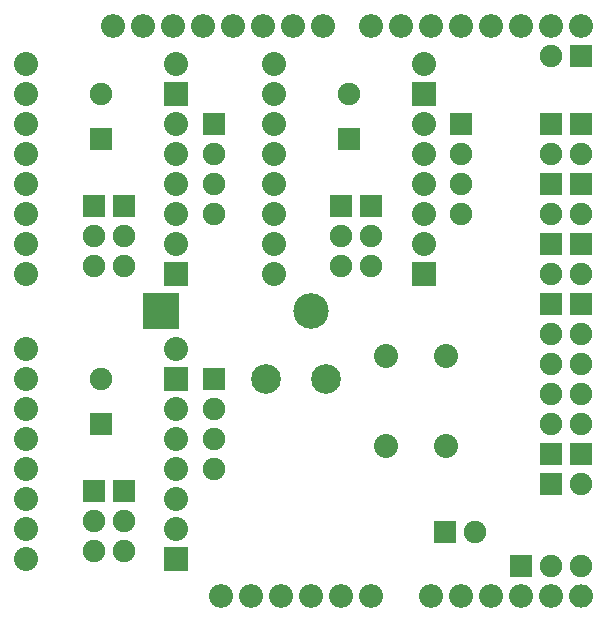
<source format=gts>
G04 (created by PCBNEW-RS274X (2012-01-19 BZR 3256)-stable) date 20/07/2013 4:07:59 p.m.*
G01*
G70*
G90*
%MOIN*%
G04 Gerber Fmt 3.4, Leading zero omitted, Abs format*
%FSLAX34Y34*%
G04 APERTURE LIST*
%ADD10C,0.006000*%
%ADD11C,0.118400*%
%ADD12R,0.118400X0.118400*%
%ADD13O,0.080000X0.077100*%
%ADD14O,0.080000X0.079100*%
%ADD15R,0.080000X0.080000*%
%ADD16C,0.080000*%
%ADD17R,0.075000X0.075000*%
%ADD18C,0.075000*%
%ADD19C,0.098700*%
G04 APERTURE END LIST*
G54D10*
G54D11*
X35250Y-24000D03*
G54D12*
X30250Y-24000D03*
G54D13*
X44250Y-33500D03*
G54D14*
X43250Y-33500D03*
X42250Y-33500D03*
X39250Y-33500D03*
X40250Y-33500D03*
X41250Y-33500D03*
X37250Y-33500D03*
X36250Y-33500D03*
X35250Y-33500D03*
X33250Y-33500D03*
X32250Y-33500D03*
X44250Y-14500D03*
X43250Y-14500D03*
X42250Y-14500D03*
X41250Y-14500D03*
X40250Y-14500D03*
X39250Y-14500D03*
X38250Y-14500D03*
X37250Y-14500D03*
X35650Y-14500D03*
X34650Y-14500D03*
X33650Y-14500D03*
X32650Y-14500D03*
X31650Y-14500D03*
X30650Y-14500D03*
X29650Y-14500D03*
X28650Y-14500D03*
X34250Y-33500D03*
G54D15*
X30750Y-32250D03*
G54D16*
X30750Y-31250D03*
X30750Y-30250D03*
X30750Y-29250D03*
X30750Y-28250D03*
X30750Y-27250D03*
G54D15*
X30750Y-26250D03*
G54D16*
X30750Y-25250D03*
X25750Y-25250D03*
X25750Y-26250D03*
X25750Y-27250D03*
X25750Y-28250D03*
X25750Y-29250D03*
X25750Y-30250D03*
X25750Y-31250D03*
X25750Y-32250D03*
G54D15*
X39000Y-22750D03*
G54D16*
X39000Y-21750D03*
X39000Y-20750D03*
X39000Y-19750D03*
X39000Y-18750D03*
X39000Y-17750D03*
G54D15*
X39000Y-16750D03*
G54D16*
X39000Y-15750D03*
X34000Y-15750D03*
X34000Y-16750D03*
X34000Y-17750D03*
X34000Y-18750D03*
X34000Y-19750D03*
X34000Y-20750D03*
X34000Y-21750D03*
X34000Y-22750D03*
G54D15*
X30750Y-22750D03*
G54D16*
X30750Y-21750D03*
X30750Y-20750D03*
X30750Y-19750D03*
X30750Y-18750D03*
X30750Y-17750D03*
G54D15*
X30750Y-16750D03*
G54D16*
X30750Y-15750D03*
X25750Y-15750D03*
X25750Y-16750D03*
X25750Y-17750D03*
X25750Y-18750D03*
X25750Y-19750D03*
X25750Y-20750D03*
X25750Y-21750D03*
X25750Y-22750D03*
G54D17*
X28000Y-30000D03*
G54D18*
X28000Y-31000D03*
X28000Y-32000D03*
G54D17*
X37250Y-20500D03*
G54D18*
X37250Y-21500D03*
X37250Y-22500D03*
G54D17*
X36250Y-20500D03*
G54D18*
X36250Y-21500D03*
X36250Y-22500D03*
G54D17*
X29000Y-30000D03*
G54D18*
X29000Y-31000D03*
X29000Y-32000D03*
G54D17*
X28000Y-20500D03*
G54D18*
X28000Y-21500D03*
X28000Y-22500D03*
G54D17*
X29000Y-20500D03*
G54D18*
X29000Y-21500D03*
X29000Y-22500D03*
G54D17*
X43250Y-29750D03*
G54D18*
X44250Y-29750D03*
G54D19*
X33750Y-26250D03*
X35750Y-26250D03*
G54D16*
X37750Y-28500D03*
X39750Y-25500D03*
X39750Y-28500D03*
X37750Y-25500D03*
G54D17*
X44250Y-15500D03*
G54D18*
X43250Y-15500D03*
G54D17*
X32000Y-17750D03*
G54D18*
X32000Y-18750D03*
X32000Y-19750D03*
X32000Y-20750D03*
G54D17*
X40250Y-17750D03*
G54D18*
X40250Y-18750D03*
X40250Y-19750D03*
X40250Y-20750D03*
G54D17*
X32000Y-26250D03*
G54D18*
X32000Y-27250D03*
X32000Y-28250D03*
X32000Y-29250D03*
G54D17*
X42250Y-32500D03*
G54D18*
X43250Y-32500D03*
X44250Y-32500D03*
G54D17*
X43250Y-23750D03*
G54D18*
X43250Y-24750D03*
X43250Y-25750D03*
G54D17*
X44250Y-23750D03*
G54D18*
X44250Y-24750D03*
X44250Y-25750D03*
G54D17*
X43250Y-28750D03*
G54D18*
X43250Y-27750D03*
X43250Y-26750D03*
G54D17*
X44250Y-28750D03*
G54D18*
X44250Y-27750D03*
X44250Y-26750D03*
G54D17*
X43250Y-21750D03*
G54D18*
X43250Y-22750D03*
G54D17*
X43250Y-19750D03*
G54D18*
X43250Y-20750D03*
G54D17*
X43250Y-17750D03*
G54D18*
X43250Y-18750D03*
G54D17*
X44250Y-17750D03*
G54D18*
X44250Y-18750D03*
G54D17*
X44250Y-19750D03*
G54D18*
X44250Y-20750D03*
G54D17*
X44250Y-21750D03*
G54D18*
X44250Y-22750D03*
G54D17*
X28250Y-27750D03*
G54D18*
X28250Y-26250D03*
G54D17*
X36500Y-18250D03*
G54D18*
X36500Y-16750D03*
G54D17*
X28250Y-18250D03*
G54D18*
X28250Y-16750D03*
G54D17*
X39700Y-31350D03*
G54D18*
X40700Y-31350D03*
M02*

</source>
